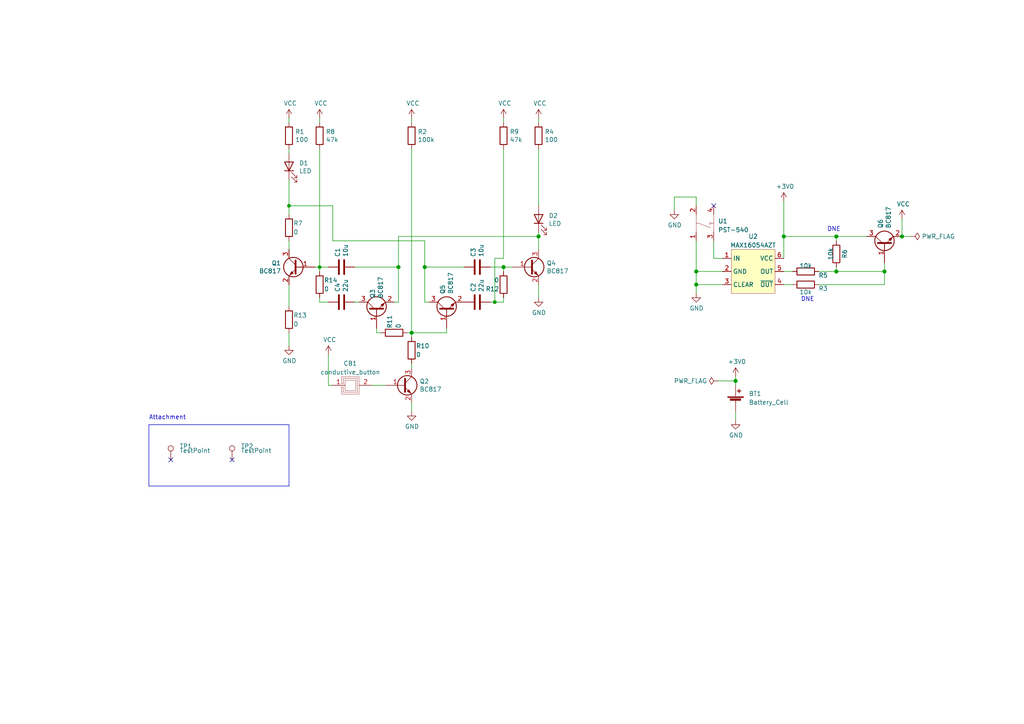
<source format=kicad_sch>
(kicad_sch (version 20220126) (generator eeschema)
  (paper "A4")
  (lib_symbols
    (symbol "Connector:TestPoint" (pin_numbers hide) (pin_names (offset 0.762) hide)
      (property "Reference" "TP" (at 0 6.858 0))
      (property "Value" "TestPoint" (at 0 5.08 0))
      (symbol "TestPoint_0_1"
        (circle (center 0 3.302) (radius 0.762))
      )
      (symbol "TestPoint_1_1"
        (pin passive line (at 0 0 90) (length 2.54) (name "1") (number "1"))
      )
    )
    (symbol "Device:Battery_Cell" (pin_numbers hide) (pin_names (offset 0) hide)
      (property "Reference" "BT" (at 2.54 2.54 0))
      (property "Value" "Battery_Cell" (at 2.54 0 0))
      (symbol "Battery_Cell_0_1"
        (rectangle (start -2.286 1.778) (end 2.286 1.524) (fill (type outline)))
        (rectangle (start -1.5748 1.1938) (end 1.4732 0.6858) (fill (type outline)))
        (polyline (pts (xy 0 0.762) (xy 0 0)))
        (polyline (pts (xy 0 1.778) (xy 0 2.54)))
        (polyline (pts (xy 0.508 3.429) (xy 1.524 3.429)) (stroke (width 0.254)))
        (polyline (pts (xy 1.016 3.937) (xy 1.016 2.921)) (stroke (width 0.254)))
      )
      (symbol "Battery_Cell_1_1"
        (pin passive line (at 0 5.08 270) (length 2.54) (name "+") (number "1"))
        (pin passive line (at 0 -2.54 90) (length 2.54) (name "-") (number "2"))
      )
    )
    (symbol "Device:C" (pin_numbers hide) (pin_names (offset 0.254))
      (property "Reference" "C" (at 0.635 2.54 0))
      (property "Value" "C" (at 0.635 -2.54 0))
      (symbol "C_0_1"
        (polyline (pts (xy -2.032 -0.762) (xy 2.032 -0.762)) (stroke (width 0.508)))
        (polyline (pts (xy -2.032 0.762) (xy 2.032 0.762)) (stroke (width 0.508)))
      )
      (symbol "C_1_1"
        (pin passive line (at 0 3.81 270) (length 2.794) (name "~") (number "1"))
        (pin passive line (at 0 -3.81 90) (length 2.794) (name "~") (number "2"))
      )
    )
    (symbol "Device:LED" (pin_numbers hide) (pin_names (offset 1.016) hide)
      (property "Reference" "D" (at 0 2.54 0))
      (property "Value" "LED" (at 0 -2.54 0))
      (symbol "LED_0_1"
        (polyline (pts (xy -1.27 -1.27) (xy -1.27 1.27)) (stroke (width 0.254)))
        (polyline (pts (xy -1.27 0) (xy 1.27 0)))
        (polyline (pts (xy 1.27 -1.27) (xy 1.27 1.27) (xy -1.27 0) (xy 1.27 -1.27)) (stroke (width 0.254)))
        (polyline (pts (xy -3.048 -0.762) (xy -4.572 -2.286) (xy -3.81 -2.286) (xy -4.572 -2.286) (xy -4.572 -1.524)))
        (polyline (pts (xy -1.778 -0.762) (xy -3.302 -2.286) (xy -2.54 -2.286) (xy -3.302 -2.286) (xy -3.302 -1.524)))
      )
      (symbol "LED_1_1"
        (pin passive line (at -3.81 0 0) (length 2.54) (name "K") (number "1"))
        (pin passive line (at 3.81 0 180) (length 2.54) (name "A") (number "2"))
      )
    )
    (symbol "Device:R" (pin_numbers hide) (pin_names (offset 0))
      (property "Reference" "R" (at 2.032 0 90))
      (property "Value" "R" (at 0 0 90))
      (symbol "R_0_1"
        (rectangle (start -1.016 -2.54) (end 1.016 2.54) (stroke (width 0.254)))
      )
      (symbol "R_1_1"
        (pin passive line (at 0 3.81 270) (length 1.27) (name "~") (number "1"))
        (pin passive line (at 0 -3.81 90) (length 1.27) (name "~") (number "2"))
      )
    )
    (symbol "Transistor_BJT:BC817" (pin_names (offset 0) hide)
      (property "Reference" "Q" (at 5.08 1.905 0))
      (property "Value" "BC817" (at 5.08 0 0))
      (symbol "BC817_0_1"
        (polyline (pts (xy 0.635 0.635) (xy 2.54 2.54)))
        (polyline (pts (xy 0.635 -0.635) (xy 2.54 -2.54) (xy 2.54 -2.54)))
        (polyline (pts (xy 0.635 1.905) (xy 0.635 -1.905) (xy 0.635 -1.905)) (stroke (width 0.508)))
        (polyline (pts (xy 1.27 -1.778) (xy 1.778 -1.27) (xy 2.286 -2.286) (xy 1.27 -1.778) (xy 1.27 -1.778)) (fill (type outline)))
        (circle (center 1.27 0) (radius 2.8194) (stroke (width 0.254)))
      )
      (symbol "BC817_1_1"
        (pin input line (at -5.08 0 0) (length 5.715) (name "B") (number "1"))
        (pin passive line (at 2.54 -5.08 90) (length 2.54) (name "E") (number "2"))
        (pin passive line (at 2.54 5.08 270) (length 2.54) (name "C") (number "3"))
      )
    )
    (symbol "dodo_buttons:PST-540"
      (property "Reference" "U" (at 0 4.572 0))
      (property "Value" "PST-540" (at 0 -4.572 0))
      (symbol "PST-540_0_1"
        (circle (center 0 -1.524) (radius 0.254) (stroke (width 0.0005)))
        (polyline (pts (xy -5.08 -2.54) (xy 5.08 -2.54)) (stroke (width 0.0005)))
        (polyline (pts (xy -5.08 2.54) (xy 5.08 2.54)) (stroke (width 0.0005)))
        (polyline (pts (xy 0 -2.54) (xy 0 -1.778)) (stroke (width 0.0005)))
        (polyline (pts (xy 0 1.778) (xy -1.27 -1.524)) (stroke (width 0.0005)))
        (polyline (pts (xy 0 2.54) (xy 0 1.778)) (stroke (width 0.0005)))
      )
      (symbol "PST-540_1_1"
        (pin passive line (at -5.08 2.54 0) (length 2.54) (name "~") (number "1"))
        (pin passive line (at 5.08 2.54 180) (length 2.54) (name "~") (number "2"))
        (pin passive line (at -5.08 -2.54 0) (length 2.54) (name "~") (number "3"))
        (pin passive line (at 5.08 -2.54 180) (length 2.54) (name "~") (number "4"))
      )
    )
    (symbol "dodo_buttons:conductive_button"
      (property "Reference" "CB" (at 0 5.588 0))
      (property "Value" "conductive_button" (at 0 -6.096 0))
      (symbol "conductive_button_0_1"
        (rectangle (start -1.524 1.524) (end 1.524 -1.524) (stroke (width 0.0005)))
        (polyline (pts (xy -2.54 -0.508) (xy -2.032 -0.508)) (stroke (width 0.0005)))
        (polyline (pts (xy -2.54 0.508) (xy -2.032 0.508)) (stroke (width 0.0005)))
        (polyline (pts (xy -2.54 0.508) (xy -2.54 2.54) (xy 2.54 2.54) (xy 2.54 -2.54) (xy -2.54 -2.54) (xy -2.54 -0.508)) (stroke (width 0.0005)))
        (polyline (pts (xy -2.032 0.508) (xy -2.032 2.032) (xy 2.032 2.032) (xy 2.032 -2.032) (xy -2.032 -2.032) (xy -2.032 -0.508)) (stroke (width 0.0005)))
      )
      (symbol "conductive_button_1_1"
        (pin passive line (at -5.334 0 0) (length 3.81) (name "~") (number "1"))
        (pin passive line (at 6.35 0 180) (length 3.81) (name "~") (number "2"))
      )
    )
    (symbol "dodo_device:MAX16054AZT"
      (property "Reference" "U" (at 0 7.366 0))
      (property "Value" "MAX16054AZT" (at 0 -7.874 0))
      (symbol "MAX16054AZT_0_1"
        (rectangle (start -6.35 6.35) (end 6.35 -6.35) (stroke (width 0.001)) (fill (type background)))
      )
      (symbol "MAX16054AZT_1_1"
        (pin input line (at -8.89 3.81 0) (length 2.54) (name "IN") (number "1"))
        (pin power_out line (at -8.89 0 0) (length 2.54) (name "GND") (number "2"))
        (pin input line (at -8.89 -3.81 0) (length 2.54) (name "CLEAR") (number "3"))
        (pin output line (at 8.89 -3.81 180) (length 2.54) (name "~{OUT}") (number "4"))
        (pin output line (at 8.89 0 180) (length 2.54) (name "OUT") (number "5"))
        (pin power_in line (at 8.89 3.81 180) (length 2.54) (name "VCC") (number "6"))
      )
    )
    (symbol "power:+3V0" (power) (pin_names (offset 0))
      (property "Value" "+3V0" (at 0 3.556 0))
      (symbol "+3V0_0_1"
        (polyline (pts (xy -0.762 1.27) (xy 0 2.54)))
        (polyline (pts (xy 0 0) (xy 0 2.54)))
        (polyline (pts (xy 0 2.54) (xy 0.762 1.27)))
      )
      (symbol "+3V0_1_1"
        (pin power_in line (at 0 0 90) (length 0) hide (name "+3V0") (number "1"))
      )
    )
    (symbol "power:GND" (power) (pin_names (offset 0))
      (property "Value" "GND" (at 0 -3.81 0))
      (symbol "GND_0_1"
        (polyline (pts (xy 0 0) (xy 0 -1.27) (xy 1.27 -1.27) (xy 0 -2.54) (xy -1.27 -1.27) (xy 0 -1.27)))
      )
      (symbol "GND_1_1"
        (pin power_in line (at 0 0 270) (length 0) hide (name "GND") (number "1"))
      )
    )
    (symbol "power:PWR_FLAG" (power) (pin_numbers hide) (pin_names (offset 0) hide)
      (property "Value" "PWR_FLAG" (at 0 3.81 0))
      (symbol "PWR_FLAG_0_0"
        (pin power_out line (at 0 0 90) (length 0) (name "pwr") (number "1"))
      )
      (symbol "PWR_FLAG_0_1"
        (polyline (pts (xy 0 0) (xy 0 1.27) (xy -1.016 1.905) (xy 0 2.54) (xy 1.016 1.905) (xy 0 1.27)))
      )
    )
    (symbol "power:VCC" (power) (pin_names (offset 0))
      (property "Value" "VCC" (at 0 3.81 0))
      (symbol "VCC_0_1"
        (polyline (pts (xy -0.762 1.27) (xy 0 2.54)))
        (polyline (pts (xy 0 0) (xy 0 2.54)))
        (polyline (pts (xy 0 2.54) (xy 0.762 1.27)))
      )
      (symbol "VCC_1_1"
        (pin power_in line (at 0 0 90) (length 0) hide (name "VCC") (number "1"))
      )
    )
  )
  (junction (at 143.51 87.63))
  (junction (at 227.33 68.58) (diameter 1.016))
  (junction (at 201.93 78.74) (diameter 1.016))
  (junction (at 256.54 78.74) (diameter 1.016))
  (junction (at 146.05 77.47) (diameter 1.016))
  (junction (at 242.57 78.74) (diameter 1.016))
  (junction (at 242.57 68.58) (diameter 1.016))
  (junction (at 115.57 77.47) (diameter 1.016))
  (junction (at 83.82 59.69))
  (junction (at 156.21 68.58) (diameter 1.016))
  (junction (at 92.71 77.47))
  (junction (at 201.93 82.55) (diameter 1.016))
  (junction (at 261.62 68.58) (diameter 1.016))
  (junction (at 213.36 110.49) (diameter 1.016))
  (junction (at 123.19 77.47) (diameter 1.016))
  (junction (at 119.38 96.52) (diameter 1.016))
  (no_connect (at 207.01 59.69))
  (no_connect (at 67.31 133.35))
  (no_connect (at 49.53 133.35))
  (wire (pts (xy 156.21 34.29) (xy 156.21 35.56)))
  (wire (pts (xy 256.54 82.55) (xy 256.54 78.74)))
  (wire (pts (xy 201.93 69.85) (xy 201.93 78.74)))
  (wire (pts (xy 201.93 78.74) (xy 201.93 82.55)))
  (wire (pts (xy 201.93 82.55) (xy 201.93 85.09)))
  (wire (pts (xy 109.22 95.25) (xy 109.22 96.52)))
  (wire (pts (xy 146.05 77.47) (xy 142.24 77.47)))
  (wire (pts (xy 119.38 105.41) (xy 119.38 106.68)))
  (wire (pts (xy 95.25 102.87) (xy 95.25 111.76)))
  (wire (pts (xy 237.49 78.74) (xy 242.57 78.74)))
  (wire (pts (xy 242.57 78.74) (xy 256.54 78.74)))
  (wire (pts (xy 119.38 96.52) (xy 119.38 97.79)))
  (wire (pts (xy 102.87 87.63) (xy 104.14 87.63)))
  (wire (pts (xy 156.21 82.55) (xy 156.21 86.36)))
  (wire (pts (xy 119.38 43.18) (xy 119.38 96.52)))
  (wire (pts (xy 92.71 77.47) (xy 95.25 77.47)))
  (wire (pts (xy 95.25 87.63) (xy 92.71 87.63)))
  (wire (pts (xy 123.19 69.85) (xy 123.19 77.47)))
  (wire (pts (xy 123.19 77.47) (xy 123.19 87.63)))
  (wire (pts (xy 146.05 34.29) (xy 146.05 35.56)))
  (wire (pts (xy 83.82 72.39) (xy 83.82 69.85)))
  (wire (pts (xy 237.49 82.55) (xy 256.54 82.55)))
  (wire (pts (xy 201.93 82.55) (xy 209.55 82.55)))
  (wire (pts (xy 242.57 68.58) (xy 251.46 68.58)))
  (wire (pts (xy 143.51 87.63) (xy 146.05 87.63)))
  (wire (pts (xy 92.71 86.36) (xy 92.71 87.63)))
  (wire (pts (xy 96.52 59.69) (xy 96.52 69.85)))
  (wire (pts (xy 264.16 68.58) (xy 261.62 68.58)))
  (wire (pts (xy 156.21 67.31) (xy 156.21 68.58)))
  (wire (pts (xy 227.33 82.55) (xy 229.87 82.55)))
  (polyline (pts (xy 43.18 123.19) (xy 83.82 123.19)))
  (wire (pts (xy 242.57 77.47) (xy 242.57 78.74)))
  (wire (pts (xy 207.01 74.93) (xy 207.01 69.85)))
  (wire (pts (xy 209.55 74.93) (xy 207.01 74.93)))
  (wire (pts (xy 143.51 74.93) (xy 146.05 74.93)))
  (wire (pts (xy 213.36 109.22) (xy 213.36 110.49)))
  (wire (pts (xy 213.36 110.49) (xy 213.36 111.76)))
  (wire (pts (xy 119.38 116.84) (xy 119.38 119.38)))
  (wire (pts (xy 123.19 87.63) (xy 124.46 87.63)))
  (wire (pts (xy 146.05 77.47) (xy 146.05 78.74)))
  (wire (pts (xy 83.82 59.69) (xy 83.82 62.23)))
  (wire (pts (xy 92.71 34.29) (xy 92.71 35.56)))
  (wire (pts (xy 92.71 43.18) (xy 92.71 77.47)))
  (wire (pts (xy 227.33 58.42) (xy 227.33 68.58)))
  (wire (pts (xy 227.33 68.58) (xy 227.33 74.93)))
  (wire (pts (xy 146.05 77.47) (xy 148.59 77.47)))
  (wire (pts (xy 102.87 77.47) (xy 115.57 77.47)))
  (wire (pts (xy 114.3 87.63) (xy 115.57 87.63)))
  (wire (pts (xy 115.57 87.63) (xy 115.57 77.47)))
  (wire (pts (xy 129.54 95.25) (xy 129.54 96.52)))
  (wire (pts (xy 129.54 96.52) (xy 119.38 96.52)))
  (wire (pts (xy 256.54 78.74) (xy 256.54 76.2)))
  (wire (pts (xy 83.82 59.69) (xy 96.52 59.69)))
  (wire (pts (xy 143.51 87.63) (xy 143.51 74.93)))
  (polyline (pts (xy 83.82 140.97) (xy 83.82 123.19)))
  (wire (pts (xy 95.25 111.76) (xy 96.266 111.76)))
  (wire (pts (xy 213.36 119.38) (xy 213.36 121.92)))
  (wire (pts (xy 195.58 57.15) (xy 201.93 57.15)))
  (wire (pts (xy 195.58 60.96) (xy 195.58 57.15)))
  (wire (pts (xy 201.93 57.15) (xy 201.93 59.69)))
  (wire (pts (xy 83.82 96.52) (xy 83.82 100.33)))
  (wire (pts (xy 208.28 110.49) (xy 213.36 110.49)))
  (wire (pts (xy 91.44 77.47) (xy 92.71 77.47)))
  (wire (pts (xy 83.82 43.18) (xy 83.82 44.45)))
  (wire (pts (xy 109.22 96.52) (xy 110.49 96.52)))
  (wire (pts (xy 107.95 111.76) (xy 111.76 111.76)))
  (wire (pts (xy 118.11 96.52) (xy 119.38 96.52)))
  (wire (pts (xy 92.71 77.47) (xy 92.71 78.74)))
  (wire (pts (xy 227.33 68.58) (xy 242.57 68.58)))
  (wire (pts (xy 123.19 77.47) (xy 134.62 77.47)))
  (polyline (pts (xy 43.18 123.19) (xy 43.18 140.97)))
  (wire (pts (xy 201.93 78.74) (xy 209.55 78.74)))
  (wire (pts (xy 156.21 43.18) (xy 156.21 59.69)))
  (wire (pts (xy 96.52 69.85) (xy 123.19 69.85)))
  (wire (pts (xy 146.05 74.93) (xy 146.05 43.18)))
  (polyline (pts (xy 43.18 140.97) (xy 83.82 140.97)))
  (wire (pts (xy 227.33 78.74) (xy 229.87 78.74)))
  (wire (pts (xy 83.82 52.07) (xy 83.82 59.69)))
  (wire (pts (xy 115.57 68.58) (xy 156.21 68.58)))
  (wire (pts (xy 115.57 77.47) (xy 115.57 68.58)))
  (wire (pts (xy 156.21 68.58) (xy 156.21 72.39)))
  (wire (pts (xy 261.62 63.5) (xy 261.62 68.58)))
  (wire (pts (xy 119.38 34.29) (xy 119.38 35.56)))
  (wire (pts (xy 83.82 88.9) (xy 83.82 82.55)))
  (wire (pts (xy 146.05 86.36) (xy 146.05 87.63)))
  (wire (pts (xy 242.57 68.58) (xy 242.57 69.85)))
  (wire (pts (xy 83.82 34.29) (xy 83.82 35.56)))
  (wire (pts (xy 142.24 87.63) (xy 143.51 87.63)))
  (text "DNE" (at 236.22 87.63 0) (effects (font (size 1.27 1.27)) (justify right bottom)))
  (text "Attachment" (at 43.18 121.92 0) (effects (font (size 1.27 1.27)) (justify left bottom)))
  (text "DNE" (at 243.84 67.31 0) (effects (font (size 1.27 1.27)) (justify right bottom)))
  (symbol (lib_id "Transistor_BJT:BC817") (at 116.84 111.76 0) (unit 1)
    (property "Reference" "Q2" (at 121.6915 110.6106 0) (effects (justify left)))
    (property "Value" "BC817" (at 121.6915 112.9093 0) (effects (justify left)))
    (property "Footprint" "Package_TO_SOT_SMD:SOT-23" (effects hide))
    (property "Datasheet" "https://www.onsemi.com/pub/Collateral/BC818-D.pdf" (effects hide))
  )
  (symbol (lib_id "Device:R") (at 119.38 39.37 0) (unit 1)
    (property "Reference" "R2" (at 121.1581 38.2206 0) (effects (justify left)))
    (property "Value" "100k" (at 121.1581 40.5193 0) (effects (justify left)))
    (property "Footprint" "Resistor_SMD:R_0603_1608Metric_Pad0.98x0.95mm_HandSolder" (effects hide))
  )
  (symbol (lib_id "power:VCC") (at 156.21 34.29 0) (unit 1)
    (property "Reference" "#PWR0111" (effects hide))
    (property "Value" "VCC" (at 156.5783 29.9656 0))
  )
  (symbol (lib_id "Device:R") (at 119.38 101.6 0) (unit 1)
    (property "Reference" "R10" (at 120.65 100.33 0) (effects (justify left)))
    (property "Value" "0" (at 120.65 102.87 0) (effects (justify left)))
    (property "Footprint" "Resistor_SMD:R_0805_2012Metric_Pad1.20x1.40mm_HandSolder" (effects hide))
  )
  (symbol (lib_id "power:VCC") (at 95.25 102.87 0) (unit 1)
    (property "Reference" "#PWR0109" (effects hide))
    (property "Value" "VCC" (at 95.6183 98.5456 0))
  )
  (symbol (lib_id "power:VCC") (at 261.62 63.5 0) (unit 1)
    (property "Reference" "#PWR0113" (effects hide))
    (property "Value" "VCC" (at 261.9883 59.1756 0))
  )
  (symbol (lib_id "Device:C") (at 99.06 77.47 270) (unit 1)
    (property "Reference" "C1" (at 97.9106 74.5489 0) (effects (justify right)))
    (property "Value" "10u" (at 100.2093 74.5489 0) (effects (justify right)))
    (property "Footprint" "Capacitor_SMD:C_0603_1608Metric_Pad1.08x0.95mm_HandSolder" (effects hide))
  )
  (symbol (lib_id "Transistor_BJT:BC817") (at 153.67 77.47 0) (unit 1)
    (property "Reference" "Q4" (at 158.5215 76.3206 0) (effects (justify left)))
    (property "Value" "BC817" (at 158.5215 78.6193 0) (effects (justify left)))
    (property "Footprint" "Package_TO_SOT_SMD:SOT-23" (effects hide))
    (property "Datasheet" "https://www.onsemi.com/pub/Collateral/BC818-D.pdf" (effects hide))
  )
  (symbol (lib_id "dodo_device:MAX16054AZT") (at 218.44 78.74 0) (unit 1)
    (property "Reference" "U2" (at 218.44 68.58 0))
    (property "Value" "MAX16054AZT" (at 218.44 71.12 0))
    (property "Footprint" "Package_TO_SOT_SMD:SOT-23-6_Handsoldering" (effects hide))
  )
  (symbol (lib_id "Device:R") (at 114.3 96.52 90) (unit 1)
    (property "Reference" "R11" (at 113.03 95.25 0) (effects (justify left)))
    (property "Value" "0" (at 115.57 95.25 0) (effects (justify left)))
    (property "Footprint" "Resistor_SMD:R_0805_2012Metric_Pad1.20x1.40mm_HandSolder" (effects hide))
  )
  (symbol (lib_id "power:GND") (at 156.21 86.36 0) (unit 1)
    (property "Reference" "#PWR0105" (effects hide))
    (property "Value" "GND" (at 156.3243 90.6844 0))
  )
  (symbol (lib_id "Device:R") (at 146.05 82.55 180) (unit 1)
    (property "Reference" "R12" (at 144.78 83.82 0) (effects (justify left)))
    (property "Value" "0" (at 144.78 81.28 0) (effects (justify left)))
    (property "Footprint" "Resistor_SMD:R_0805_2012Metric_Pad1.20x1.40mm_HandSolder" (effects hide))
  )
  (symbol (lib_id "power:VCC") (at 146.05 34.29 0) (unit 1)
    (property "Reference" "#PWR02" (effects hide))
    (property "Value" "VCC" (at 146.4183 29.9656 0))
  )
  (symbol (lib_id "Device:R") (at 233.68 78.74 90) (unit 1)
    (property "Reference" "R5" (at 238.76 79.8638 90))
    (property "Value" "10k" (at 233.68 77.083 90))
    (property "Footprint" "Resistor_SMD:R_0603_1608Metric_Pad0.98x0.95mm_HandSolder" (effects hide))
  )
  (symbol (lib_id "power:+3V0") (at 213.36 109.22 0) (unit 1)
    (property "Reference" "#PWR0101" (effects hide))
    (property "Value" "+3V0" (at 213.7283 104.8956 0))
  )
  (symbol (lib_id "power:GND") (at 83.82 100.33 0) (unit 1)
    (property "Reference" "#PWR0108" (effects hide))
    (property "Value" "GND" (at 83.9343 104.6544 0))
  )
  (symbol (lib_id "Device:Battery_Cell") (at 213.36 116.84 0) (unit 1)
    (property "Reference" "BT1" (at 217.17 114.173 0) (effects (justify left)))
    (property "Value" "Battery_Cell" (at 217.17 116.713 0) (effects (justify left)))
    (property "Footprint" "Battery:BatteryHolder_Keystone_3000_1x12mm" (effects hide))
  )
  (symbol (lib_id "Device:R") (at 83.82 66.04 0) (unit 1)
    (property "Reference" "R7" (at 85.09 64.77 0) (effects (justify left)))
    (property "Value" "0" (at 85.09 67.31 0) (effects (justify left)))
    (property "Footprint" "Resistor_SMD:R_0805_2012Metric_Pad1.20x1.40mm_HandSolder" (effects hide))
  )
  (symbol (lib_id "Device:R") (at 242.57 73.66 180) (unit 1)
    (property "Reference" "R6" (at 244.9638 73.66 90))
    (property "Value" "10k" (at 240.913 73.66 90))
    (property "Footprint" "Resistor_SMD:R_0603_1608Metric_Pad0.98x0.95mm_HandSolder" (effects hide))
  )
  (symbol (lib_id "Device:C") (at 138.43 77.47 270) (unit 1)
    (property "Reference" "C3" (at 137.2806 74.5489 0) (effects (justify right)))
    (property "Value" "10u" (at 139.5793 74.5489 0) (effects (justify right)))
    (property "Footprint" "Capacitor_SMD:C_0603_1608Metric_Pad1.08x0.95mm_HandSolder" (effects hide))
  )
  (symbol (lib_id "power:VCC") (at 83.82 34.29 0) (unit 1)
    (property "Reference" "#PWR0107" (effects hide))
    (property "Value" "VCC" (at 84.1883 29.9656 0))
  )
  (symbol (lib_id "Device:R") (at 92.71 82.55 0) (unit 1)
    (property "Reference" "R14" (at 93.98 81.28 0) (effects (justify left)))
    (property "Value" "0" (at 93.98 83.82 0) (effects (justify left)))
    (property "Footprint" "Resistor_SMD:R_0805_2012Metric_Pad1.20x1.40mm_HandSolder" (effects hide))
  )
  (symbol (lib_id "Device:R") (at 233.68 82.55 90) (unit 1)
    (property "Reference" "R3" (at 238.76 83.6738 90))
    (property "Value" "10k" (at 233.68 84.703 90))
    (property "Footprint" "Resistor_SMD:R_0603_1608Metric_Pad0.98x0.95mm_HandSolder" (effects hide))
  )
  (symbol (lib_id "power:GND") (at 119.38 119.38 0) (unit 1)
    (property "Reference" "#PWR0110" (effects hide))
    (property "Value" "GND" (at 119.4943 123.7044 0))
  )
  (symbol (lib_id "power:GND") (at 213.36 121.92 0) (unit 1)
    (property "Reference" "#PWR0102" (effects hide))
    (property "Value" "GND" (at 213.4743 126.2444 0))
  )
  (symbol (lib_id "Transistor_BJT:BC817") (at 109.22 90.17 90) (unit 1)
    (property "Reference" "Q3" (at 108.0706 86.5885 0) (effects (justify left)))
    (property "Value" "BC817" (at 110.3693 86.5885 0) (effects (justify left)))
    (property "Footprint" "Package_TO_SOT_SMD:SOT-23" (effects hide))
    (property "Datasheet" "https://www.onsemi.com/pub/Collateral/BC818-D.pdf" (effects hide))
  )
  (symbol (lib_id "power:GND") (at 201.93 85.09 0) (unit 1)
    (property "Reference" "#PWR0103" (effects hide))
    (property "Value" "GND" (at 202.0443 89.4144 0))
  )
  (symbol (lib_id "dodo_buttons:conductive_button") (at 101.6 111.76 0) (unit 1)
    (property "Reference" "CB1" (at 101.6 105.41 0))
    (property "Value" "conductive_button" (at 101.6 107.95 0))
    (property "Footprint" "dodo_button_and_switch:cat_back" (effects hide))
  )
  (symbol (lib_id "power:GND") (at 195.58 60.96 0) (unit 1)
    (property "Reference" "#PWR0104" (effects hide))
    (property "Value" "GND" (at 195.6943 65.2844 0))
  )
  (symbol (lib_id "power:VCC") (at 92.71 34.29 0) (unit 1)
    (property "Reference" "#PWR01" (effects hide))
    (property "Value" "VCC" (at 93.0783 29.9656 0))
  )
  (symbol (lib_id "Device:LED") (at 156.21 63.5 90) (unit 1)
    (property "Reference" "D2" (at 159.1311 62.5411 90) (effects (justify right)))
    (property "Value" "LED" (at 159.1311 64.8398 90) (effects (justify right)))
    (property "Footprint" "LED_SMD:LED_1206_3216Metric_Pad1.42x1.75mm_HandSolder" (effects hide))
  )
  (symbol (lib_id "dodo_buttons:PST-540") (at 204.47 64.77 90) (unit 1)
    (property "Reference" "U1" (at 208.28 64.135 90) (effects (justify right)))
    (property "Value" "PST-540" (at 208.28 66.675 90) (effects (justify right)))
    (property "Footprint" "dodo_button_and_switch:PTS-540" (effects hide))
    (property "Datasheet" "https://www.farnell.com/datasheets/2789834.pdf" (effects hide))
  )
  (symbol (lib_id "Transistor_BJT:BC817") (at 256.54 71.12 90) (unit 1)
    (property "Reference" "Q6" (at 255.3906 66.2685 0) (effects (justify left)))
    (property "Value" "BC817" (at 257.6893 66.2685 0) (effects (justify left)))
    (property "Footprint" "Package_TO_SOT_SMD:SOT-23" (effects hide))
    (property "Datasheet" "https://www.onsemi.com/pub/Collateral/BC818-D.pdf" (effects hide))
  )
  (symbol (lib_id "Device:R") (at 156.21 39.37 0) (unit 1)
    (property "Reference" "R4" (at 157.9881 38.2206 0) (effects (justify left)))
    (property "Value" "100" (at 157.9881 40.5193 0) (effects (justify left)))
    (property "Footprint" "Resistor_SMD:R_0603_1608Metric_Pad0.98x0.95mm_HandSolder" (effects hide))
  )
  (symbol (lib_id "Device:R") (at 146.05 39.37 0) (unit 1)
    (property "Reference" "R9" (at 147.8281 38.2206 0) (effects (justify left)))
    (property "Value" "47k" (at 147.8281 40.5193 0) (effects (justify left)))
    (property "Footprint" "Resistor_SMD:R_0603_1608Metric_Pad0.98x0.95mm_HandSolder" (effects hide))
  )
  (symbol (lib_id "Connector:TestPoint") (at 49.53 133.35 0) (unit 1)
    (property "Reference" "TP1" (at 52.07 129.413 0) (effects (justify left)))
    (property "Value" "TestPoint" (at 52.07 130.683 0) (effects (justify left)))
    (property "Footprint" "TestPoint:TestPoint_Pad_2.5x2.5mm" (effects hide))
  )
  (symbol (lib_id "Device:R") (at 92.71 39.37 0) (unit 1)
    (property "Reference" "R8" (at 94.4881 38.2206 0) (effects (justify left)))
    (property "Value" "47k" (at 94.4881 40.5193 0) (effects (justify left)))
    (property "Footprint" "Resistor_SMD:R_0603_1608Metric_Pad0.98x0.95mm_HandSolder" (effects hide))
  )
  (symbol (lib_id "Transistor_BJT:BC817") (at 129.54 90.17 90) (unit 1)
    (property "Reference" "Q5" (at 128.3906 85.3185 0) (effects (justify left)))
    (property "Value" "BC817" (at 130.6893 85.3185 0) (effects (justify left)))
    (property "Footprint" "Package_TO_SOT_SMD:SOT-23" (effects hide))
    (property "Datasheet" "https://www.onsemi.com/pub/Collateral/BC818-D.pdf" (effects hide))
  )
  (symbol (lib_id "Transistor_BJT:BC817") (at 86.36 77.47 0) (mirror y) (unit 1)
    (property "Reference" "Q1" (at 81.5085 76.3206 0) (effects (justify left)))
    (property "Value" "BC817" (at 81.5085 78.6193 0) (effects (justify left)))
    (property "Footprint" "Package_TO_SOT_SMD:SOT-23" (effects hide))
    (property "Datasheet" "https://www.onsemi.com/pub/Collateral/BC818-D.pdf" (effects hide))
  )
  (symbol (lib_id "Device:R") (at 83.82 92.71 0) (unit 1)
    (property "Reference" "R13" (at 85.09 91.44 0) (effects (justify left)))
    (property "Value" "0" (at 85.09 93.98 0) (effects (justify left)))
    (property "Footprint" "Resistor_SMD:R_0805_2012Metric_Pad1.20x1.40mm_HandSolder" (effects hide))
  )
  (symbol (lib_id "power:VCC") (at 119.38 34.29 0) (unit 1)
    (property "Reference" "#PWR0106" (effects hide))
    (property "Value" "VCC" (at 119.7483 29.9656 0))
  )
  (symbol (lib_id "power:PWR_FLAG") (at 264.16 68.58 270) (unit 1)
    (property "Reference" "#FLG0101" (effects hide))
    (property "Value" "PWR_FLAG" (at 267.335 68.58 90) (effects (justify left)))
  )
  (symbol (lib_id "power:+3V0") (at 227.33 58.42 0) (unit 1)
    (property "Reference" "#PWR0112" (effects hide))
    (property "Value" "+3V0" (at 227.6983 54.0956 0))
  )
  (symbol (lib_id "Device:C") (at 99.06 87.63 90) (unit 1)
    (property "Reference" "C4" (at 97.9106 84.7089 0) (effects (justify left)))
    (property "Value" "22u" (at 100.2093 84.7089 0) (effects (justify left)))
    (property "Footprint" "Capacitor_SMD:C_0805_2012Metric_Pad1.18x1.45mm_HandSolder" (effects hide))
  )
  (symbol (lib_id "Device:LED") (at 83.82 48.26 90) (unit 1)
    (property "Reference" "D1" (at 86.7411 47.3011 90) (effects (justify right)))
    (property "Value" "LED" (at 86.7411 49.5998 90) (effects (justify right)))
    (property "Footprint" "LED_SMD:LED_1206_3216Metric_Pad1.42x1.75mm_HandSolder" (effects hide))
  )
  (symbol (lib_id "Device:R") (at 83.82 39.37 0) (unit 1)
    (property "Reference" "R1" (at 85.5981 38.2206 0) (effects (justify left)))
    (property "Value" "100" (at 85.5981 40.5193 0) (effects (justify left)))
    (property "Footprint" "Resistor_SMD:R_0603_1608Metric_Pad0.98x0.95mm_HandSolder" (effects hide))
  )
  (symbol (lib_id "power:PWR_FLAG") (at 208.28 110.49 90) (unit 1)
    (property "Reference" "#FLG0102" (effects hide))
    (property "Value" "PWR_FLAG" (at 205.105 110.49 90) (effects (justify left)))
  )
  (symbol (lib_id "Connector:TestPoint") (at 67.31 133.35 0) (unit 1)
    (property "Reference" "TP2" (at 69.85 129.413 0) (effects (justify left)))
    (property "Value" "TestPoint" (at 69.85 130.683 0) (effects (justify left)))
    (property "Footprint" "TestPoint:TestPoint_Pad_2.5x2.5mm" (effects hide))
  )
  (symbol (lib_id "Device:C") (at 138.43 87.63 270) (unit 1)
    (property "Reference" "C2" (at 137.2806 84.7089 0) (effects (justify right)))
    (property "Value" "22u" (at 139.5793 84.7089 0) (effects (justify right)))
    (property "Footprint" "Capacitor_SMD:C_0805_2012Metric_Pad1.18x1.45mm_HandSolder" (effects hide))
  )
)
</source>
